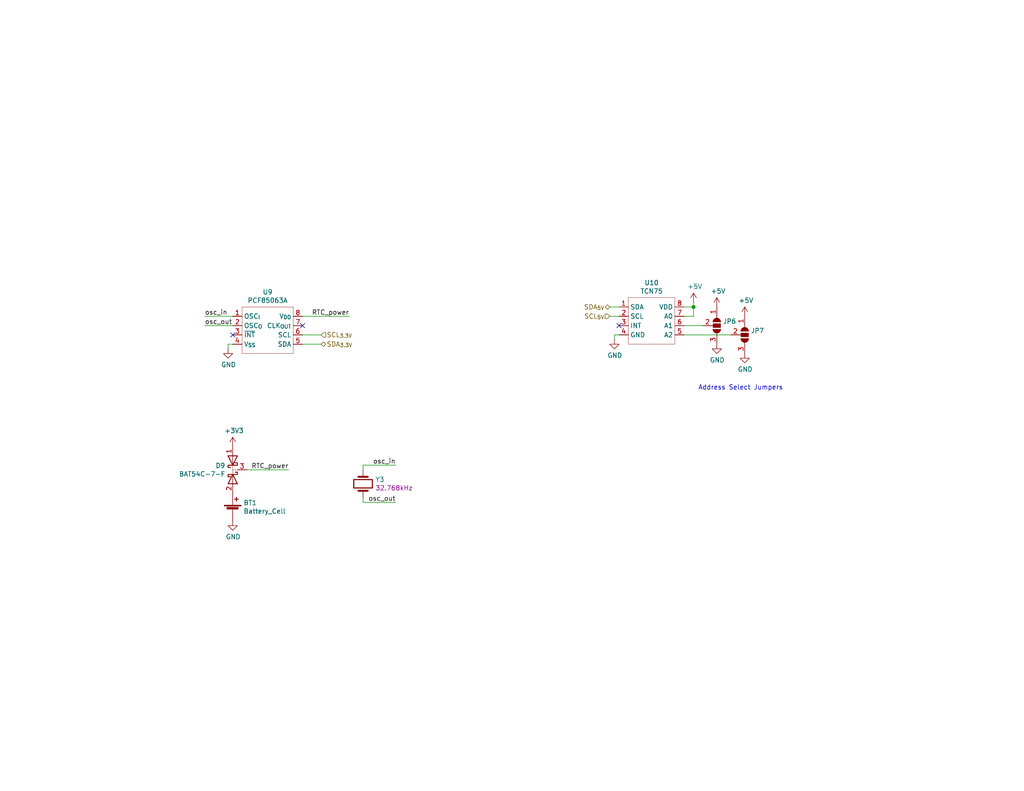
<source format=kicad_sch>
(kicad_sch (version 20201015) (generator eeschema)
  (paper "A")
  (title_block (title "Dennis") (date "2021-02-26") (rev "0.1.2") (company "eCafe Racer"))
  (lib_symbols
    (symbol "Jumper:SolderJumper_3_Open" (pin_names (offset 0) hide)
      (property "Reference" "JP" (at -2.54 -2.54 0))
      (property "Value" "SolderJumper_3_Open" (at 0 2.794 0))
      (symbol "SolderJumper_3_Open_0_1"
        (arc (start -1.016 1.016) (end -1.016 -1.016) (radius (at -1.016 0) (length 1.016) (angles 90.1 -90.1)))
        (arc (start -1.016 1.016) (end -1.016 -1.016) (radius (at -1.016 0) (length 1.016) (angles 90.1 -90.1)) (fill (type outline)))
        (arc (start 1.016 -1.016) (end 1.016 1.016) (radius (at 1.016 0) (length 1.016) (angles -89.9 89.9)))
        (arc (start 1.016 -1.016) (end 1.016 1.016) (radius (at 1.016 0) (length 1.016) (angles -89.9 89.9)) (fill (type outline)))
        (rectangle (start -0.508 1.016) (end 0.508 -1.016) (fill (type outline)))
        (polyline (pts (xy -2.54 0) (xy -2.032 0)))
        (polyline (pts (xy -1.016 1.016) (xy -1.016 -1.016)))
        (polyline (pts (xy 0 -1.27) (xy 0 -1.016)))
        (polyline (pts (xy 1.016 1.016) (xy 1.016 -1.016)))
        (polyline (pts (xy 2.54 0) (xy 2.032 0)))
      )
      (symbol "SolderJumper_3_Open_1_1"
        (pin passive line (at -5.08 0 0) (length 2.54) (name "A") (number "1"))
        (pin input line (at 0 -3.81 90) (length 2.54) (name "C") (number "2"))
        (pin passive line (at 5.08 0 180) (length 2.54) (name "B") (number "3"))
      )
    )
    (symbol "power:+3.3V" (power) (pin_names (offset 0))
      (property "Value" "+3.3V" (at 0 3.556 0))
      (symbol "+3.3V_0_1"
        (polyline (pts (xy -0.762 1.27) (xy 0 2.54)))
        (polyline (pts (xy 0 0) (xy 0 2.54)))
        (polyline (pts (xy 0 2.54) (xy 0.762 1.27)))
      )
      (symbol "+3.3V_1_1"
        (pin power_in line (at 0 0 90) (length 0) hide (name "+3V3") (number "1"))
      )
    )
    (symbol "power:+5V" (power) (pin_names (offset 0))
      (property "Value" "+5V" (at 0 3.556 0))
      (symbol "+5V_0_1"
        (polyline (pts (xy -0.762 1.27) (xy 0 2.54)))
        (polyline (pts (xy 0 0) (xy 0 2.54)))
        (polyline (pts (xy 0 2.54) (xy 0.762 1.27)))
      )
      (symbol "+5V_1_1"
        (pin power_in line (at 0 0 90) (length 0) hide (name "+5V") (number "1"))
      )
    )
    (symbol "power:GND" (power) (pin_names (offset 0))
      (property "Value" "GND" (at 0 -3.81 0))
      (symbol "GND_0_1"
        (polyline (pts (xy 0 0) (xy 0 -1.27) (xy 1.27 -1.27) (xy 0 -2.54) (xy -1.27 -1.27) (xy 0 -1.27)))
      )
      (symbol "GND_1_1"
        (pin power_in line (at 0 0 270) (length 0) hide (name "GND") (number "1"))
      )
    )
    (symbol "symbols:BAT54C-7-F" (pin_names hide)
      (property "Reference" "D" (at 13.97 15.24 0))
      (property "Value" "BAT54C-7-F" (at 2.54 16.51 0))
      (symbol "BAT54C-7-F_0_1"
        (polyline (pts (xy 0 -3.81) (xy 0 -1.27)))
        (polyline (pts (xy 1.27 -3.81) (xy -1.27 -3.81) (xy 0 -1.27) (xy 1.27 -3.81)) (stroke (width 0.254)))
        (polyline (pts (xy 0.635 -0.635) (xy 1.27 -0.635) (xy 1.27 -1.27) (xy -1.27 -1.27) (xy -1.27 -1.905) (xy -0.635 -1.905)) (stroke (width 0.254)))
        (polyline (pts (xy 0 3.81) (xy 0 1.27)))
        (polyline (pts (xy -1.27 3.81) (xy 1.27 3.81) (xy 0 1.27) (xy -1.27 3.81)) (stroke (width 0.254)))
        (polyline (pts (xy -0.635 0.635) (xy -1.27 0.635) (xy -1.27 1.27) (xy 1.27 1.27) (xy 1.27 1.905) (xy 0.635 1.905)) (stroke (width 0.254)))
        (polyline (pts (xy 0 1.27) (xy 0 -1.27)) (stroke (width 0.0006)))
        (polyline (pts (xy 0 0) (xy 1.27 0)) (stroke (width 0.0006)))
      )
      (symbol "BAT54C-7-F_1_1"
        (pin passive line (at 0 -6.35 90) (length 2.54) (name "Anode_{2}") (number "2"))
        (pin passive line (at 3.81 0 180) (length 2.54) (name "Cathode") (number "3"))
        (pin passive line (at 0 6.35 270) (length 2.54) (name "Anode_{1}") (number "1"))
      )
    )
    (symbol "symbols:Battery_Cell" (pin_numbers hide) (pin_names (offset 0) hide)
      (property "Reference" "BT" (at 2.54 2.54 0))
      (property "Value" "Battery_Cell" (at 2.54 0 0))
      (symbol "Battery_Cell_0_1"
        (rectangle (start -2.286 1.778) (end 2.286 1.524) (fill (type outline)))
        (rectangle (start -1.5748 1.1938) (end 1.4732 0.6858) (fill (type outline)))
        (polyline (pts (xy 0 0.762) (xy 0 0)))
        (polyline (pts (xy 0 1.778) (xy 0 2.54)))
        (polyline (pts (xy 0.508 3.429) (xy 1.524 3.429)) (stroke (width 0.254)))
        (polyline (pts (xy 1.016 3.937) (xy 1.016 2.921)) (stroke (width 0.254)))
      )
      (symbol "Battery_Cell_1_1"
        (pin passive line (at 0 5.08 270) (length 2.54) (name "+") (number "1"))
        (pin passive line (at 0 -2.54 90) (length 2.54) (name "-") (number "2"))
      )
    )
    (symbol "symbols:Crystal-CM7V-T1A-32.768kHz" (pin_numbers hide) (pin_names hide)
      (property "Reference" "Y" (at 0 3.81 0))
      (property "Frequency" "32.768kHz" (at 0 -3.81 0))
      (symbol "Crystal-CM7V-T1A-32.768kHz_0_1"
        (rectangle (start -1.143 2.54) (end 1.143 -2.54) (stroke (width 0.3048)))
        (polyline (pts (xy -2.54 0) (xy -1.905 0)))
        (polyline (pts (xy -1.905 -1.27) (xy -1.905 1.27)) (stroke (width 0.508)))
        (polyline (pts (xy 1.905 -1.27) (xy 1.905 1.27)) (stroke (width 0.508)))
        (polyline (pts (xy 2.54 0) (xy 1.905 0)))
      )
      (symbol "Crystal-CM7V-T1A-32.768kHz_1_1"
        (pin passive line (at -3.81 0 0) (length 1.27) (name "1") (number "1"))
        (pin passive line (at 3.81 0 180) (length 1.27) (name "2") (number "2"))
      )
    )
    (symbol "symbols:PCF85063A"
      (property "Reference" "U" (at 5.08 8.89 0))
      (property "Value" "PCF85063A" (at -2.54 8.89 0))
      (symbol "PCF85063A_0_1"
        (rectangle (start -7.62 6.35) (end 6.35 -6.35) (stroke (width 0.0006)))
      )
      (symbol "PCF85063A_1_1"
        (pin input line (at -10.16 3.81 0) (length 2.54) (name "OSC_{I}") (number "1"))
        (pin output line (at -10.16 1.27 0) (length 2.54) (name "OSC_{O}") (number "2"))
        (pin output line (at -10.16 -1.27 0) (length 2.54) (name "~INT") (number "3"))
        (pin power_in line (at -10.16 -3.81 0) (length 2.54) (name "V_{SS}") (number "4"))
        (pin bidirectional line (at 8.89 -3.81 180) (length 2.54) (name "SDA") (number "5"))
        (pin input line (at 8.89 -1.27 180) (length 2.54) (name "SCL") (number "6"))
        (pin output line (at 8.89 1.27 180) (length 2.54) (name "CLK_{OUT}") (number "7"))
        (pin power_in line (at 8.89 3.81 180) (length 2.54) (name "V_{DD}") (number "8"))
      )
    )
    (symbol "symbols:TCN75"
      (property "Reference" "U" (at 3.81 15.24 0))
      (property "Value" "TCN75" (at -1.27 15.24 0))
      (symbol "TCN75_0_0"
        (pin bidirectional line (at -8.89 3.81 0) (length 2.54) (name "SDA") (number "1"))
        (pin input line (at -8.89 1.27 0) (length 2.54) (name "SCL") (number "2"))
        (pin output line (at -8.89 -1.27 0) (length 2.54) (name "INT") (number "3"))
        (pin power_in line (at -8.89 -3.81 0) (length 2.54) (name "GND") (number "4"))
        (pin input line (at 8.89 -3.81 180) (length 2.54) (name "A2") (number "5"))
        (pin input line (at 8.89 -1.27 180) (length 2.54) (name "A1") (number "6"))
        (pin input line (at 8.89 1.27 180) (length 2.54) (name "A0") (number "7"))
        (pin power_in line (at 8.89 3.81 180) (length 2.54) (name "VDD") (number "8"))
      )
      (symbol "TCN75_0_1"
        (rectangle (start -6.35 6.35) (end 6.35 -6.35) (stroke (width 0.0006)))
      )
    )
  )
  (junction (at 189.23 83.82) (diameter 0.9144))
  (no_connect (at 168.91 88.9))
  (no_connect (at 82.55 88.9))
  (no_connect (at 63.5 91.44))
  (wire (pts (xy 55.88 86.36) (xy 63.5 86.36)))
  (wire (pts (xy 55.88 88.9) (xy 63.5 88.9)))
  (wire (pts (xy 62.23 93.98) (xy 63.5 93.98)))
  (wire (pts (xy 62.23 95.25) (xy 62.23 93.98)))
  (wire (pts (xy 67.31 128.27) (xy 78.74 128.27)))
  (wire (pts (xy 82.55 86.36) (xy 95.25 86.36)))
  (wire (pts (xy 82.55 91.44) (xy 87.63 91.44)))
  (wire (pts (xy 82.55 93.98) (xy 87.63 93.98)))
  (wire (pts (xy 99.06 127) (xy 107.95 127)))
  (wire (pts (xy 99.06 128.27) (xy 99.06 127)))
  (wire (pts (xy 99.06 135.89) (xy 99.06 137.16)))
  (wire (pts (xy 99.06 137.16) (xy 107.95 137.16)))
  (wire (pts (xy 167.64 91.44) (xy 167.64 92.71)))
  (wire (pts (xy 168.91 83.82) (xy 166.37 83.82)))
  (wire (pts (xy 168.91 86.36) (xy 166.37 86.36)))
  (wire (pts (xy 168.91 91.44) (xy 167.64 91.44)))
  (wire (pts (xy 186.69 86.36) (xy 189.23 86.36)))
  (wire (pts (xy 186.69 88.9) (xy 191.77 88.9)))
  (wire (pts (xy 186.69 91.44) (xy 199.39 91.44)))
  (wire (pts (xy 189.23 82.55) (xy 189.23 83.82)))
  (wire (pts (xy 189.23 83.82) (xy 186.69 83.82)))
  (wire (pts (xy 189.23 86.36) (xy 189.23 83.82)))
  (text "Address Select Jumpers" (at 190.5 106.68 0) (effects (font (size 1.27 1.27)) (justify left bottom)))
  (label "osc_in" (at 55.88 86.36 0))
  (label "osc_out" (at 55.88 88.9 0))
  (label "RTC_power" (at 78.74 128.27 180))
  (label "RTC_power" (at 95.25 86.36 180))
  (label "osc_in" (at 107.95 127 180))
  (label "osc_out" (at 107.95 137.16 180))
  (hierarchical_label "SCL_{3.3V}" (shape input) (at 87.63 91.44 0))
  (hierarchical_label "SDA_{3.3V}" (shape bidirectional) (at 87.63 93.98 0))
  (hierarchical_label "SDA_{5V}" (shape bidirectional) (at 166.37 83.82 180))
  (hierarchical_label "SCL_{5V}" (shape input) (at 166.37 86.36 180))
  (symbol (lib_id "power:+3.3V") (at 63.5 121.92 0) (unit 1)
    (property "Reference" "#PWR0192" (effects hide))
    (property "Value" "+3.3V" (at 63.8683 117.5956 0))
  )
  (symbol (lib_id "power:+5V") (at 189.23 82.55 0) (unit 1)
    (property "Reference" "#PWR0194" (effects hide))
    (property "Value" "+5V" (at 189.5983 78.2256 0))
  )
  (symbol (lib_id "power:+5V") (at 195.58 83.82 0) (unit 1)
    (property "Reference" "#PWR0199" (effects hide))
    (property "Value" "+5V" (at 195.9483 79.4956 0))
  )
  (symbol (lib_id "power:+5V") (at 203.2 86.36 0) (unit 1)
    (property "Reference" "#PWR0197" (effects hide))
    (property "Value" "+5V" (at 203.5683 82.0356 0))
  )
  (symbol (lib_id "power:GND") (at 62.23 95.25 0) (unit 1)
    (property "Reference" "#PWR0191" (effects hide))
    (property "Value" "GND" (at 62.3443 99.5744 0))
  )
  (symbol (lib_id "power:GND") (at 63.5 142.24 0) (unit 1)
    (property "Reference" "#PWR0193" (effects hide))
    (property "Value" "GND" (at 63.6143 146.5644 0))
  )
  (symbol (lib_id "power:GND") (at 167.64 92.71 0) (unit 1)
    (property "Reference" "#PWR0195" (effects hide))
    (property "Value" "GND" (at 167.7543 97.0344 0))
  )
  (symbol (lib_id "power:GND") (at 195.58 93.98 0) (unit 1)
    (property "Reference" "#PWR0198" (effects hide))
    (property "Value" "GND" (at 195.6943 98.3044 0))
  )
  (symbol (lib_id "power:GND") (at 203.2 96.52 0) (unit 1)
    (property "Reference" "#PWR0196" (effects hide))
    (property "Value" "GND" (at 203.3143 100.8444 0))
  )
  (symbol (lib_id "symbols:Battery_Cell") (at 63.5 139.7 0) (unit 1)
    (property "Reference" "BT1" (at 66.421 137.281 0) (effects (justify left)))
    (property "Value" "Battery_Cell" (at 66.4211 139.5793 0) (effects (justify left)))
    (property "Footprint" "Battery:BatteryHolder_Keystone_3001_1x12mm" (effects hide))
    (property "Datasheet" "https://www.keyelco.com/userAssets/file/M65p9.pdf" (effects hide))
    (property "Drawing" "www.keyelco.com/product-pdf.cfm?p=778" (effects hide))
    (property "Vendor" "Digikey" (effects hide))
    (property "Vendor Part" "36-3001-ND" (effects hide))
    (property "Manufacturer" "Keystone Electronics" (effects hide))
    (property "Manufacturer Part" "3001" (effects hide))
  )
  (symbol (lib_id "symbols:Crystal-CM7V-T1A-32.768kHz") (at 99.06 132.08 270) (unit 1)
    (property "Reference" "Y3" (at 102.388 130.931 90) (effects (justify left)))
    (property "Value" "Crystal-CM7V-T1A-32.768kHz" (effects hide))
    (property "Footprint" "footprints:Crystal-CM7V" (effects hide))
    (property "Datasheet" "https://www.microcrystal.com/fileadmin/Media/Products/32kHz/Datasheet/CM7V-T1A.pdf" (effects hide))
    (property "Vendor" "Digikey" (effects hide))
    (property "Vendor Part" "2195-CM7V-T1A-32.768KHZ-6PF-20PPM-TB-QACT-ND" (effects hide))
    (property "Manufacturer" "Micro Crystal AG" (effects hide))
    (property "Manufacturer Part" "CM7V-T1A-32.768KHZ-6PF-20PPM-TB-QA" (effects hide))
    (property "Frequency" "32.768kHz" (at 102.3875 133.2293 90) (effects (justify left)))
  )
  (symbol (lib_id "Jumper:SolderJumper_3_Open") (at 195.58 88.9 270) (unit 1)
    (property "Reference" "JP6" (at 197.2311 87.7506 90) (effects (justify left)))
    (property "Value" "SolderJumper_3_Open" (effects hide))
    (property "Footprint" "Jumper:SolderJumper-3_P1.3mm_Open_RoundedPad1.0x1.5mm_NumberLabels" (effects hide))
  )
  (symbol (lib_id "Jumper:SolderJumper_3_Open") (at 203.2 91.44 270) (unit 1)
    (property "Reference" "JP7" (at 204.8511 90.2906 90) (effects (justify left)))
    (property "Value" "SolderJumper_3_Open" (effects hide))
    (property "Footprint" "Jumper:SolderJumper-3_P1.3mm_Open_RoundedPad1.0x1.5mm_NumberLabels" (effects hide))
  )
  (symbol (lib_id "symbols:BAT54C-7-F") (at 63.5 128.27 0) (unit 1)
    (property "Reference" "D9" (at 61.468 127.1206 0) (effects (justify right)))
    (property "Value" "BAT54C-7-F" (at 61.468 129.4193 0) (effects (justify right)))
    (property "Footprint" "Package_TO_SOT_SMD:SOT-23" (effects hide))
    (property "Datasheet" "http://www.farnell.com/datasheets/2861240.pdf?_ga=2.129831176.54358802.1587372871-1787849031.1568210898&_gac=1.175311126.1587399424.EAIaIQobChMInOvF07P36AIVw7HtCh0NWwCeEAAYAyAAEgI0YfD_BwE" (effects hide))
    (property "Vendor" "Digikey" (effects hide))
    (property "Vendor Part" "BAT54C-FDICT-ND" (effects hide))
    (property "Manufacturer" "Diodes Incorporated" (effects hide))
    (property "Manufacturer Part" "BAT54C-7-F" (effects hide))
  )
  (symbol (lib_id "symbols:TCN75") (at 177.8 87.63 0) (unit 1)
    (property "Reference" "U10" (at 177.8 77.1965 0))
    (property "Value" "TCN75" (at 177.8 79.4952 0))
    (property "Footprint" "Package_SO:SOIC-8_3.9x4.9mm_P1.27mm" (effects hide))
    (property "Datasheet" "https://ww1.microchip.com/downloads/en/DeviceDoc/21490D.pdf" (effects hide))
    (property "Vendor" "Digikey" (effects hide))
    (property "Vendor Part" "TCN75-5.0MOA-ND" (effects hide))
    (property "Manufacturer" "Microchip Technology" (effects hide))
    (property "Manufacturer Part" "TCN75-5.0MOA" (effects hide))
    (property "Supply Voltage" "5.0V" (effects hide))
  )
  (symbol (lib_id "symbols:PCF85063A") (at 73.66 90.17 0) (unit 1)
    (property "Reference" "U9" (at 73.025 79.7365 0))
    (property "Value" "PCF85063A" (at 73.025 82.0352 0))
    (property "Footprint" "Package_SO:SOIC-8_3.9x4.9mm_P1.27mm" (effects hide))
    (property "Datasheet" "https://www.nxp.com/docs/en/data-sheet/PCF85063A.pdf" (effects hide))
    (property "Vendor" "Digikey" (effects hide))
    (property "Vendor Part" "568-12403-1-ND" (effects hide))
    (property "Manufacturer" "NXP USA Inc." (effects hide))
    (property "Manufacturer Part" "PCF85063AT/AY" (effects hide))
  )
)
</source>
